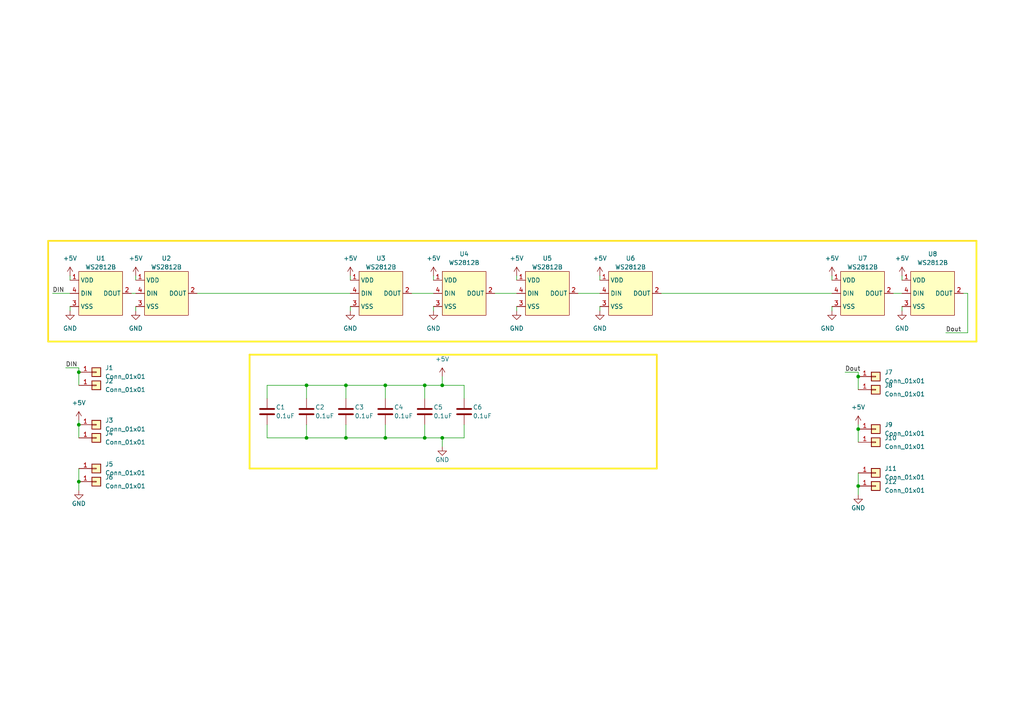
<source format=kicad_sch>
(kicad_sch (version 20230121) (generator eeschema)
  (paper "A4")
  (lib_symbols
    (symbol "Connector_Generic:Conn_01x01" (pin_names (offset 1.016) hide)
      (property "Reference" "J" (at 0 2.54 0))
      (property "Value" "Conn_01x01" (at 0 -2.54 0))
      (symbol "Conn_01x01_1_1"
        (rectangle (start -1.27 0.127) (end 0 -0.127) (stroke (width 0.1524)))
        (rectangle (start -1.27 1.27) (end 1.27 -1.27) (stroke (width 0.254)) (fill (type background)))
        (pin passive line (at -5.08 0 0) (length 3.81) (name "Pin_1") (number "1"))
      )
    )
    (symbol "Device:C" (pin_numbers hide) (pin_names (offset 0.254))
      (property "Reference" "C" (at 0.635 2.54 0))
      (property "Value" "C" (at 0.635 -2.54 0))
      (symbol "C_0_1"
        (polyline (pts (xy -2.032 -0.762) (xy 2.032 -0.762)) (stroke (width 0.508)))
        (polyline (pts (xy -2.032 0.762) (xy 2.032 0.762)) (stroke (width 0.508)))
      )
      (symbol "C_1_1"
        (pin passive line (at 0 3.81 270) (length 2.794) (name "~") (number "1"))
        (pin passive line (at 0 -3.81 90) (length 2.794) (name "~") (number "2"))
      )
    )
    (symbol "WB2182:WS2812B"
      (property "Reference" "U" (at -6.35 7.62 0))
      (property "Value" "WS2812B" (at -2.54 -7.62 0))
      (symbol "WS2812B_0_1"
        (rectangle (start -6.35 6.35) (end 6.35 -6.35) (fill (type background)))
      )
      (symbol "WS2812B_1_1"
        (pin power_in line (at -8.89 3.81 0) (length 2.54) (name "VDD") (number "1"))
        (pin output line (at 8.89 0 180) (length 2.54) (name "DOUT") (number "2"))
        (pin power_in line (at -8.89 -3.81 0) (length 2.54) (name "VSS") (number "3"))
        (pin input line (at -8.89 0 0) (length 2.54) (name "DIN") (number "4"))
      )
    )
    (symbol "power:+5V" (power) (pin_names (offset 0))
      (property "Value" "+5V" (at 0 3.556 0))
      (symbol "+5V_0_1"
        (polyline (pts (xy -0.762 1.27) (xy 0 2.54)))
        (polyline (pts (xy 0 0) (xy 0 2.54)))
        (polyline (pts (xy 0 2.54) (xy 0.762 1.27)))
      )
      (symbol "+5V_1_1"
        (pin power_in line (at 0 0 90) (length 0) hide (name "+5V") (number "1"))
      )
    )
    (symbol "power:GND" (power) (pin_names (offset 0))
      (property "Value" "GND" (at 0 -3.81 0))
      (symbol "GND_0_1"
        (polyline (pts (xy 0 0) (xy 0 -1.27) (xy 1.27 -1.27) (xy 0 -2.54) (xy -1.27 -1.27) (xy 0 -1.27)))
      )
      (symbol "GND_1_1"
        (pin power_in line (at 0 0 270) (length 0) hide (name "GND") (number "1"))
      )
    )
  )
  (junction (at 22.86 139.7))
  (junction (at 88.9 127))
  (junction (at 88.9 111.76))
  (junction (at 22.86 123.19))
  (junction (at 111.76 127))
  (junction (at 128.27 127))
  (junction (at 248.92 140.97))
  (junction (at 248.92 109.22))
  (junction (at 123.19 127))
  (junction (at 100.33 111.76))
  (junction (at 123.19 111.76))
  (junction (at 100.33 127))
  (junction (at 248.92 124.46))
  (junction (at 22.86 107.95))
  (junction (at 111.76 111.76))
  (junction (at 128.27 111.76))
  (wire (pts (xy 22.86 123.19) (xy 22.86 127)))
  (wire (pts (xy 19.05 106.68) (xy 22.86 106.68)))
  (wire (pts (xy 248.92 107.95) (xy 248.92 109.22)))
  (wire (pts (xy 143.51 85.09) (xy 149.86 85.09)))
  (wire (pts (xy 123.19 111.76) (xy 123.19 115.57)))
  (wire (pts (xy 101.6 80.01) (xy 101.6 81.28)))
  (wire (pts (xy 173.99 88.9) (xy 173.99 90.17)))
  (wire (pts (xy 241.3 88.9) (xy 241.3 90.17)))
  (wire (pts (xy 22.86 139.7) (xy 22.86 142.24)))
  (wire (pts (xy 77.47 111.76) (xy 77.47 115.57)))
  (wire (pts (xy 100.33 127) (xy 111.76 127)))
  (wire (pts (xy 191.77 85.09) (xy 241.3 85.09)))
  (wire (pts (xy 149.86 88.9) (xy 149.86 90.17)))
  (wire (pts (xy 57.15 85.09) (xy 101.6 85.09)))
  (wire (pts (xy 125.73 88.9) (xy 125.73 90.17)))
  (wire (pts (xy 125.73 80.01) (xy 125.73 81.28)))
  (wire (pts (xy 88.9 127) (xy 100.33 127)))
  (wire (pts (xy 123.19 111.76) (xy 128.27 111.76)))
  (wire (pts (xy 128.27 127) (xy 134.62 127)))
  (wire (pts (xy 100.33 111.76) (xy 100.33 115.57)))
  (wire (pts (xy 39.37 88.9) (xy 39.37 90.17)))
  (wire (pts (xy 22.86 107.95) (xy 22.86 111.76)))
  (wire (pts (xy 128.27 109.22) (xy 128.27 111.76)))
  (wire (pts (xy 248.92 109.22) (xy 248.92 113.03)))
  (wire (pts (xy 259.08 85.09) (xy 261.62 85.09)))
  (wire (pts (xy 134.62 111.76) (xy 134.62 115.57)))
  (wire (pts (xy 20.32 80.01) (xy 20.32 81.28)))
  (polyline (pts (xy 13.97 69.85) (xy 283.21 69.85)) (stroke (width 0.5) (type solid) (color 255 227 36 1)))
  (wire (pts (xy 77.47 111.76) (xy 88.9 111.76)))
  (wire (pts (xy 261.62 80.01) (xy 261.62 81.28)))
  (wire (pts (xy 77.47 127) (xy 88.9 127)))
  (wire (pts (xy 100.33 127) (xy 100.33 123.19)))
  (wire (pts (xy 88.9 111.76) (xy 100.33 111.76)))
  (wire (pts (xy 101.6 88.9) (xy 101.6 90.17)))
  (wire (pts (xy 245.11 107.95) (xy 248.92 107.95)))
  (polyline (pts (xy 283.21 69.85) (xy 283.21 99.06)) (stroke (width 0.5) (type solid) (color 255 227 36 1)))
  (wire (pts (xy 88.9 127) (xy 88.9 123.19)))
  (wire (pts (xy 248.92 123.19) (xy 248.92 124.46)))
  (polyline (pts (xy 13.97 99.06) (xy 283.21 99.06)) (stroke (width 0.5) (type solid) (color 255 227 36 1)))
  (wire (pts (xy 149.86 80.01) (xy 149.86 81.28)))
  (wire (pts (xy 39.37 80.01) (xy 39.37 81.28)))
  (polyline (pts (xy 13.97 69.85) (xy 13.97 99.06)) (stroke (width 0.5) (type solid) (color 255 227 36 1)))
  (wire (pts (xy 248.92 140.97) (xy 248.92 143.51)))
  (wire (pts (xy 22.86 106.68) (xy 22.86 107.95)))
  (wire (pts (xy 128.27 111.76) (xy 134.62 111.76)))
  (wire (pts (xy 111.76 127) (xy 111.76 123.19)))
  (wire (pts (xy 119.38 85.09) (xy 125.73 85.09)))
  (wire (pts (xy 248.92 137.16) (xy 248.92 140.97)))
  (wire (pts (xy 111.76 111.76) (xy 123.19 111.76)))
  (polyline (pts (xy 190.5 135.89) (xy 72.39 135.89)) (stroke (width 0.5) (type solid) (color 255 227 36 1)))
  (wire (pts (xy 134.62 127) (xy 134.62 123.19)))
  (wire (pts (xy 248.92 124.46) (xy 248.92 128.27)))
  (wire (pts (xy 280.67 96.52) (xy 280.67 85.09)))
  (wire (pts (xy 20.32 88.9) (xy 20.32 90.17)))
  (wire (pts (xy 38.1 85.09) (xy 39.37 85.09)))
  (wire (pts (xy 123.19 127) (xy 123.19 123.19)))
  (wire (pts (xy 241.3 80.01) (xy 241.3 81.28)))
  (wire (pts (xy 100.33 111.76) (xy 111.76 111.76)))
  (wire (pts (xy 15.24 85.09) (xy 20.32 85.09)))
  (wire (pts (xy 128.27 129.54) (xy 128.27 127)))
  (wire (pts (xy 22.86 135.89) (xy 22.86 139.7)))
  (wire (pts (xy 167.64 85.09) (xy 173.99 85.09)))
  (wire (pts (xy 111.76 111.76) (xy 111.76 115.57)))
  (polyline (pts (xy 190.5 102.87) (xy 190.5 135.89)) (stroke (width 0.5) (type solid) (color 255 227 36 1)))
  (wire (pts (xy 88.9 111.76) (xy 88.9 115.57)))
  (polyline (pts (xy 72.39 102.87) (xy 72.39 135.89)) (stroke (width 0.5) (type solid) (color 255 227 36 1)))
  (polyline (pts (xy 72.39 102.87) (xy 190.5 102.87)) (stroke (width 0.5) (type solid) (color 255 227 36 1)))
  (wire (pts (xy 22.86 121.92) (xy 22.86 123.19)))
  (wire (pts (xy 77.47 127) (xy 77.47 123.19)))
  (wire (pts (xy 123.19 127) (xy 128.27 127)))
  (wire (pts (xy 111.76 127) (xy 123.19 127)))
  (wire (pts (xy 280.67 96.52) (xy 274.32 96.52)))
  (wire (pts (xy 280.67 85.09) (xy 279.4 85.09)))
  (wire (pts (xy 173.99 80.01) (xy 173.99 81.28)))
  (wire (pts (xy 261.62 88.9) (xy 261.62 90.17)))
  (label "Dout" (at 245.11 107.95 0))
  (label "DIN" (at 19.05 106.68 0))
  (label "Dout" (at 274.32 96.52 0))
  (label "DIN" (at 15.24 85.09 0))
  (symbol (lib_id "power:+5V") (at 101.6 80.01 0) (unit 1)
    (property "Reference" "#PWR05" (effects hide))
    (property "Value" "+5V" (at 101.6 74.93 0))
  )
  (symbol (lib_id "Connector_Generic:Conn_01x01") (at 27.94 111.76 0) (unit 1)
    (property "Reference" "J2" (at 30.48 110.4899 0) (effects (justify left)))
    (property "Value" "Conn_01x01" (at 30.48 113.0299 0) (effects (justify left)))
    (property "Footprint" "Library:Input" (effects hide))
  )
  (symbol (lib_id "power:GND") (at 101.6 90.17 0) (unit 1)
    (property "Reference" "#PWR06" (effects hide))
    (property "Value" "GND" (at 101.6 95.25 0))
  )
  (symbol (lib_id "WB2182:WS2812B") (at 270.51 85.09 0) (unit 1)
    (property "Reference" "U8" (at 270.51 73.66 0))
    (property "Value" "WS2812B" (at 270.51 76.2 0))
    (property "Footprint" "Library:LED_WS2812B_PLCC4_5.0x5.0mm_P3.2mm" (effects hide))
  )
  (symbol (lib_id "Connector_Generic:Conn_01x01") (at 27.94 127 0) (unit 1)
    (property "Reference" "J4" (at 30.48 125.7299 0) (effects (justify left)))
    (property "Value" "Conn_01x01" (at 30.48 128.2699 0) (effects (justify left)))
    (property "Footprint" "Library:Input" (effects hide))
  )
  (symbol (lib_id "Connector_Generic:Conn_01x01") (at 27.94 123.19 0) (unit 1)
    (property "Reference" "J3" (at 30.48 121.9199 0) (effects (justify left)))
    (property "Value" "Conn_01x01" (at 30.48 124.4599 0) (effects (justify left)))
    (property "Footprint" "Library:Input" (effects hide))
  )
  (symbol (lib_id "Connector_Generic:Conn_01x01") (at 254 140.97 0) (unit 1)
    (property "Reference" "J12" (at 256.54 139.6999 0) (effects (justify left)))
    (property "Value" "Conn_01x01" (at 256.54 142.2399 0) (effects (justify left)))
    (property "Footprint" "Library:Output" (effects hide))
  )
  (symbol (lib_id "power:+5V") (at 128.27 109.22 0) (unit 1)
    (property "Reference" "#PWR09" (effects hide))
    (property "Value" "+5V" (at 128.27 104.14 0))
  )
  (symbol (lib_id "WB2182:WS2812B") (at 182.88 85.09 0) (unit 1)
    (property "Reference" "U6" (at 182.88 74.93 0))
    (property "Value" "WS2812B" (at 182.88 77.47 0))
    (property "Footprint" "Library:LED_WS2812B_PLCC4_5.0x5.0mm_P3.2mm" (effects hide))
  )
  (symbol (lib_id "power:+5V") (at 261.62 80.01 0) (unit 1)
    (property "Reference" "#PWR017" (effects hide))
    (property "Value" "+5V" (at 261.62 74.93 0))
  )
  (symbol (lib_id "power:+5V") (at 149.86 80.01 0) (unit 1)
    (property "Reference" "#PWR011" (effects hide))
    (property "Value" "+5V" (at 149.86 74.93 0))
  )
  (symbol (lib_id "Connector_Generic:Conn_01x01") (at 254 137.16 0) (unit 1)
    (property "Reference" "J11" (at 256.54 135.8899 0) (effects (justify left)))
    (property "Value" "Conn_01x01" (at 256.54 138.4299 0) (effects (justify left)))
    (property "Footprint" "Library:Output" (effects hide))
  )
  (symbol (lib_id "WB2182:WS2812B") (at 29.21 85.09 0) (unit 1)
    (property "Reference" "U1" (at 29.21 74.93 0))
    (property "Value" "WS2812B" (at 29.21 77.47 0))
    (property "Footprint" "Library:LED_WS2812B_PLCC4_5.0x5.0mm_P3.2mm" (effects hide))
  )
  (symbol (lib_id "power:GND") (at 173.99 90.17 0) (unit 1)
    (property "Reference" "#PWR014" (effects hide))
    (property "Value" "GND" (at 173.99 95.25 0))
  )
  (symbol (lib_id "power:GND") (at 125.73 90.17 0) (unit 1)
    (property "Reference" "#PWR08" (effects hide))
    (property "Value" "GND" (at 125.73 95.25 0))
  )
  (symbol (lib_id "power:GND") (at 261.62 90.17 0) (unit 1)
    (property "Reference" "#PWR018" (effects hide))
    (property "Value" "GND" (at 261.62 95.25 0))
  )
  (symbol (lib_id "power:GND") (at 20.32 90.17 0) (unit 1)
    (property "Reference" "#PWR02" (effects hide))
    (property "Value" "GND" (at 20.32 95.25 0))
  )
  (symbol (lib_id "WB2182:WS2812B") (at 110.49 85.09 0) (unit 1)
    (property "Reference" "U3" (at 110.49 74.93 0))
    (property "Value" "WS2812B" (at 110.49 77.47 0))
    (property "Footprint" "Library:LED_WS2812B_PLCC4_5.0x5.0mm_P3.2mm" (effects hide))
  )
  (symbol (lib_id "power:GND") (at 128.27 129.54 0) (unit 1)
    (property "Reference" "#PWR010" (effects hide))
    (property "Value" "GND" (at 128.27 133.35 0))
  )
  (symbol (lib_id "Device:C") (at 88.9 119.38 0) (unit 1)
    (property "Reference" "C2" (at 91.44 118.11 0) (effects (justify left)))
    (property "Value" "0.1uF" (at 91.44 120.65 0) (effects (justify left)))
    (property "Footprint" "Capacitor_SMD:C_0805_2012Metric" (effects hide))
  )
  (symbol (lib_id "Connector_Generic:Conn_01x01") (at 27.94 139.7 0) (unit 1)
    (property "Reference" "J6" (at 30.48 138.4299 0) (effects (justify left)))
    (property "Value" "Conn_01x01" (at 30.48 140.9699 0) (effects (justify left)))
    (property "Footprint" "Library:Input" (effects hide))
  )
  (symbol (lib_id "WB2182:WS2812B") (at 48.26 85.09 0) (unit 1)
    (property "Reference" "U2" (at 48.26 74.93 0))
    (property "Value" "WS2812B" (at 48.26 77.47 0))
    (property "Footprint" "Library:LED_WS2812B_PLCC4_5.0x5.0mm_P3.2mm" (effects hide))
  )
  (symbol (lib_id "power:+5V") (at 125.73 80.01 0) (unit 1)
    (property "Reference" "#PWR07" (effects hide))
    (property "Value" "+5V" (at 125.73 74.93 0))
  )
  (symbol (lib_id "power:+5V") (at 248.92 123.19 0) (unit 1)
    (property "Reference" "#PWR021" (effects hide))
    (property "Value" "+5V" (at 248.92 118.11 0))
  )
  (symbol (lib_id "Device:C") (at 123.19 119.38 0) (unit 1)
    (property "Reference" "C5" (at 125.73 118.11 0) (effects (justify left)))
    (property "Value" "0.1uF" (at 125.73 120.65 0) (effects (justify left)))
    (property "Footprint" "Capacitor_SMD:C_0805_2012Metric" (effects hide))
  )
  (symbol (lib_id "Connector_Generic:Conn_01x01") (at 27.94 107.95 0) (unit 1)
    (property "Reference" "J1" (at 30.48 106.6799 0) (effects (justify left)))
    (property "Value" "Conn_01x01" (at 30.48 109.2199 0) (effects (justify left)))
    (property "Footprint" "Library:Input" (effects hide))
  )
  (symbol (lib_id "WB2182:WS2812B") (at 158.75 85.09 0) (unit 1)
    (property "Reference" "U5" (at 158.75 74.93 0))
    (property "Value" "WS2812B" (at 158.75 77.47 0))
    (property "Footprint" "Library:LED_WS2812B_PLCC4_5.0x5.0mm_P3.2mm" (effects hide))
  )
  (symbol (lib_id "Device:C") (at 134.62 119.38 0) (unit 1)
    (property "Reference" "C6" (at 137.16 118.11 0) (effects (justify left)))
    (property "Value" "0.1uF" (at 137.16 120.65 0) (effects (justify left)))
    (property "Footprint" "Capacitor_SMD:C_0805_2012Metric" (effects hide))
  )
  (symbol (lib_id "power:GND") (at 22.86 142.24 0) (unit 1)
    (property "Reference" "#PWR020" (effects hide))
    (property "Value" "GND" (at 22.86 146.05 0))
  )
  (symbol (lib_id "power:GND") (at 248.92 143.51 0) (unit 1)
    (property "Reference" "#PWR022" (effects hide))
    (property "Value" "GND" (at 248.92 147.32 0))
  )
  (symbol (lib_id "Connector_Generic:Conn_01x01") (at 254 124.46 0) (unit 1)
    (property "Reference" "J9" (at 256.54 123.1899 0) (effects (justify left)))
    (property "Value" "Conn_01x01" (at 256.54 125.7299 0) (effects (justify left)))
    (property "Footprint" "Library:Output" (effects hide))
  )
  (symbol (lib_id "power:+5V") (at 173.99 80.01 0) (unit 1)
    (property "Reference" "#PWR013" (effects hide))
    (property "Value" "+5V" (at 173.99 74.93 0))
  )
  (symbol (lib_id "power:+5V") (at 241.3 80.01 0) (unit 1)
    (property "Reference" "#PWR015" (effects hide))
    (property "Value" "+5V" (at 241.3 74.93 0))
  )
  (symbol (lib_id "WB2182:WS2812B") (at 134.62 85.09 0) (unit 1)
    (property "Reference" "U4" (at 134.62 73.66 0))
    (property "Value" "WS2812B" (at 134.62 76.2 0))
    (property "Footprint" "Library:LED_WS2812B_PLCC4_5.0x5.0mm_P3.2mm" (effects hide))
  )
  (symbol (lib_id "power:+5V") (at 39.37 80.01 0) (unit 1)
    (property "Reference" "#PWR03" (effects hide))
    (property "Value" "+5V" (at 39.37 74.93 0))
  )
  (symbol (lib_id "Connector_Generic:Conn_01x01") (at 27.94 135.89 0) (unit 1)
    (property "Reference" "J5" (at 30.48 134.6199 0) (effects (justify left)))
    (property "Value" "Conn_01x01" (at 30.48 137.1599 0) (effects (justify left)))
    (property "Footprint" "Library:Input" (effects hide))
  )
  (symbol (lib_id "Connector_Generic:Conn_01x01") (at 254 128.27 0) (unit 1)
    (property "Reference" "J10" (at 256.54 126.9999 0) (effects (justify left)))
    (property "Value" "Conn_01x01" (at 256.54 129.5399 0) (effects (justify left)))
    (property "Footprint" "Library:Output" (effects hide))
  )
  (symbol (lib_id "Device:C") (at 77.47 119.38 0) (unit 1)
    (property "Reference" "C1" (at 80.01 118.11 0) (effects (justify left)))
    (property "Value" "0.1uF" (at 80.01 120.65 0) (effects (justify left)))
    (property "Footprint" "Capacitor_SMD:C_0805_2012Metric" (effects hide))
  )
  (symbol (lib_id "Connector_Generic:Conn_01x01") (at 254 113.03 0) (unit 1)
    (property "Reference" "J8" (at 256.54 111.7599 0) (effects (justify left)))
    (property "Value" "Conn_01x01" (at 256.54 114.2999 0) (effects (justify left)))
    (property "Footprint" "Library:Output" (effects hide))
  )
  (symbol (lib_id "Device:C") (at 100.33 119.38 0) (unit 1)
    (property "Reference" "C3" (at 102.87 118.11 0) (effects (justify left)))
    (property "Value" "0.1uF" (at 102.87 120.65 0) (effects (justify left)))
    (property "Footprint" "Capacitor_SMD:C_0805_2012Metric" (effects hide))
  )
  (symbol (lib_id "Device:C") (at 111.76 119.38 0) (unit 1)
    (property "Reference" "C4" (at 114.3 118.11 0) (effects (justify left)))
    (property "Value" "0.1uF" (at 114.3 120.65 0) (effects (justify left)))
    (property "Footprint" "Capacitor_SMD:C_0805_2012Metric" (effects hide))
  )
  (symbol (lib_id "Connector_Generic:Conn_01x01") (at 254 109.22 0) (unit 1)
    (property "Reference" "J7" (at 256.54 107.9499 0) (effects (justify left)))
    (property "Value" "Conn_01x01" (at 256.54 110.4899 0) (effects (justify left)))
    (property "Footprint" "Library:Output" (effects hide))
  )
  (symbol (lib_id "power:+5V") (at 22.86 121.92 0) (unit 1)
    (property "Reference" "#PWR019" (effects hide))
    (property "Value" "+5V" (at 22.86 116.84 0))
  )
  (symbol (lib_id "power:+5V") (at 20.32 80.01 0) (unit 1)
    (property "Reference" "#PWR01" (effects hide))
    (property "Value" "+5V" (at 20.32 74.93 0))
  )
  (symbol (lib_id "power:GND") (at 149.86 90.17 0) (unit 1)
    (property "Reference" "#PWR012" (effects hide))
    (property "Value" "GND" (at 149.86 95.25 0))
  )
  (symbol (lib_id "power:GND") (at 39.37 90.17 0) (unit 1)
    (property "Reference" "#PWR04" (effects hide))
    (property "Value" "GND" (at 39.37 95.25 0))
  )
  (symbol (lib_id "power:GND") (at 241.3 90.17 0) (unit 1)
    (property "Reference" "#PWR016" (effects hide))
    (property "Value" "GND" (at 240.03 95.25 0))
  )
  (symbol (lib_id "WB2182:WS2812B") (at 250.19 85.09 0) (unit 1)
    (property "Reference" "U7" (at 250.19 74.93 0))
    (property "Value" "WS2812B" (at 250.19 77.47 0))
    (property "Footprint" "Library:LED_WS2812B_PLCC4_5.0x5.0mm_P3.2mm" (effects hide))
  )
)
</source>
